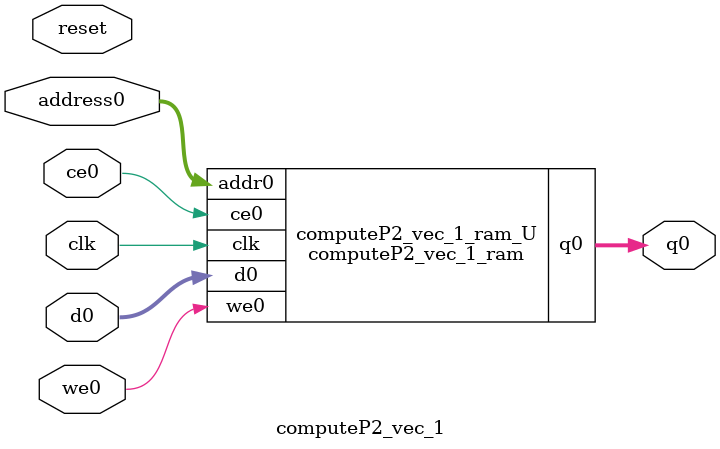
<source format=v>
`timescale 1 ns / 1 ps
module computeP2_vec_1_ram (addr0, ce0, d0, we0, q0,  clk);

parameter DWIDTH = 5;
parameter AWIDTH = 6;
parameter MEM_SIZE = 60;

input[AWIDTH-1:0] addr0;
input ce0;
input[DWIDTH-1:0] d0;
input we0;
output reg[DWIDTH-1:0] q0;
input clk;

reg [DWIDTH-1:0] ram[0:MEM_SIZE-1];




always @(posedge clk)  
begin 
    if (ce0) begin
        if (we0) 
            ram[addr0] <= d0; 
        q0 <= ram[addr0];
    end
end


endmodule

`timescale 1 ns / 1 ps
module computeP2_vec_1(
    reset,
    clk,
    address0,
    ce0,
    we0,
    d0,
    q0);

parameter DataWidth = 32'd5;
parameter AddressRange = 32'd60;
parameter AddressWidth = 32'd6;
input reset;
input clk;
input[AddressWidth - 1:0] address0;
input ce0;
input we0;
input[DataWidth - 1:0] d0;
output[DataWidth - 1:0] q0;



computeP2_vec_1_ram computeP2_vec_1_ram_U(
    .clk( clk ),
    .addr0( address0 ),
    .ce0( ce0 ),
    .we0( we0 ),
    .d0( d0 ),
    .q0( q0 ));

endmodule


</source>
